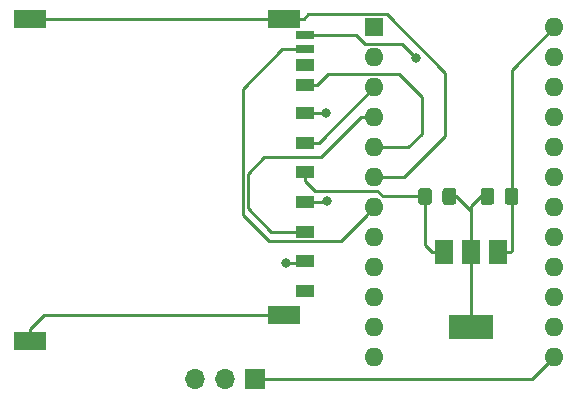
<source format=gbr>
G04 #@! TF.GenerationSoftware,KiCad,Pcbnew,(5.1.5)-3*
G04 #@! TF.CreationDate,2020-01-25T10:14:26-08:00*
G04 #@! TF.ProjectId,sdInterface,7364496e-7465-4726-9661-63652e6b6963,rev?*
G04 #@! TF.SameCoordinates,Original*
G04 #@! TF.FileFunction,Copper,L1,Top*
G04 #@! TF.FilePolarity,Positive*
%FSLAX46Y46*%
G04 Gerber Fmt 4.6, Leading zero omitted, Abs format (unit mm)*
G04 Created by KiCad (PCBNEW (5.1.5)-3) date 2020-01-25 10:14:26*
%MOMM*%
%LPD*%
G04 APERTURE LIST*
%ADD10C,0.100000*%
%ADD11R,1.500000X1.000000*%
%ADD12R,1.500000X0.700000*%
%ADD13R,2.800000X1.500000*%
%ADD14R,1.600000X1.600000*%
%ADD15O,1.600000X1.600000*%
%ADD16R,1.700000X1.700000*%
%ADD17O,1.700000X1.700000*%
%ADD18R,3.800000X2.000000*%
%ADD19R,1.500000X2.000000*%
%ADD20C,0.800000*%
%ADD21C,0.250000*%
G04 APERTURE END LIST*
G04 #@! TA.AperFunction,SMDPad,CuDef*
D10*
G36*
X113474505Y-84401204D02*
G01*
X113498773Y-84404804D01*
X113522572Y-84410765D01*
X113545671Y-84419030D01*
X113567850Y-84429520D01*
X113588893Y-84442132D01*
X113608599Y-84456747D01*
X113626777Y-84473223D01*
X113643253Y-84491401D01*
X113657868Y-84511107D01*
X113670480Y-84532150D01*
X113680970Y-84554329D01*
X113689235Y-84577428D01*
X113695196Y-84601227D01*
X113698796Y-84625495D01*
X113700000Y-84649999D01*
X113700000Y-85550001D01*
X113698796Y-85574505D01*
X113695196Y-85598773D01*
X113689235Y-85622572D01*
X113680970Y-85645671D01*
X113670480Y-85667850D01*
X113657868Y-85688893D01*
X113643253Y-85708599D01*
X113626777Y-85726777D01*
X113608599Y-85743253D01*
X113588893Y-85757868D01*
X113567850Y-85770480D01*
X113545671Y-85780970D01*
X113522572Y-85789235D01*
X113498773Y-85795196D01*
X113474505Y-85798796D01*
X113450001Y-85800000D01*
X112799999Y-85800000D01*
X112775495Y-85798796D01*
X112751227Y-85795196D01*
X112727428Y-85789235D01*
X112704329Y-85780970D01*
X112682150Y-85770480D01*
X112661107Y-85757868D01*
X112641401Y-85743253D01*
X112623223Y-85726777D01*
X112606747Y-85708599D01*
X112592132Y-85688893D01*
X112579520Y-85667850D01*
X112569030Y-85645671D01*
X112560765Y-85622572D01*
X112554804Y-85598773D01*
X112551204Y-85574505D01*
X112550000Y-85550001D01*
X112550000Y-84649999D01*
X112551204Y-84625495D01*
X112554804Y-84601227D01*
X112560765Y-84577428D01*
X112569030Y-84554329D01*
X112579520Y-84532150D01*
X112592132Y-84511107D01*
X112606747Y-84491401D01*
X112623223Y-84473223D01*
X112641401Y-84456747D01*
X112661107Y-84442132D01*
X112682150Y-84429520D01*
X112704329Y-84419030D01*
X112727428Y-84410765D01*
X112751227Y-84404804D01*
X112775495Y-84401204D01*
X112799999Y-84400000D01*
X113450001Y-84400000D01*
X113474505Y-84401204D01*
G37*
G04 #@! TD.AperFunction*
G04 #@! TA.AperFunction,SMDPad,CuDef*
G36*
X111424505Y-84401204D02*
G01*
X111448773Y-84404804D01*
X111472572Y-84410765D01*
X111495671Y-84419030D01*
X111517850Y-84429520D01*
X111538893Y-84442132D01*
X111558599Y-84456747D01*
X111576777Y-84473223D01*
X111593253Y-84491401D01*
X111607868Y-84511107D01*
X111620480Y-84532150D01*
X111630970Y-84554329D01*
X111639235Y-84577428D01*
X111645196Y-84601227D01*
X111648796Y-84625495D01*
X111650000Y-84649999D01*
X111650000Y-85550001D01*
X111648796Y-85574505D01*
X111645196Y-85598773D01*
X111639235Y-85622572D01*
X111630970Y-85645671D01*
X111620480Y-85667850D01*
X111607868Y-85688893D01*
X111593253Y-85708599D01*
X111576777Y-85726777D01*
X111558599Y-85743253D01*
X111538893Y-85757868D01*
X111517850Y-85770480D01*
X111495671Y-85780970D01*
X111472572Y-85789235D01*
X111448773Y-85795196D01*
X111424505Y-85798796D01*
X111400001Y-85800000D01*
X110749999Y-85800000D01*
X110725495Y-85798796D01*
X110701227Y-85795196D01*
X110677428Y-85789235D01*
X110654329Y-85780970D01*
X110632150Y-85770480D01*
X110611107Y-85757868D01*
X110591401Y-85743253D01*
X110573223Y-85726777D01*
X110556747Y-85708599D01*
X110542132Y-85688893D01*
X110529520Y-85667850D01*
X110519030Y-85645671D01*
X110510765Y-85622572D01*
X110504804Y-85598773D01*
X110501204Y-85574505D01*
X110500000Y-85550001D01*
X110500000Y-84649999D01*
X110501204Y-84625495D01*
X110504804Y-84601227D01*
X110510765Y-84577428D01*
X110519030Y-84554329D01*
X110529520Y-84532150D01*
X110542132Y-84511107D01*
X110556747Y-84491401D01*
X110573223Y-84473223D01*
X110591401Y-84456747D01*
X110611107Y-84442132D01*
X110632150Y-84429520D01*
X110654329Y-84419030D01*
X110677428Y-84410765D01*
X110701227Y-84404804D01*
X110725495Y-84401204D01*
X110749999Y-84400000D01*
X111400001Y-84400000D01*
X111424505Y-84401204D01*
G37*
G04 #@! TD.AperFunction*
G04 #@! TA.AperFunction,SMDPad,CuDef*
G36*
X106149505Y-84401204D02*
G01*
X106173773Y-84404804D01*
X106197572Y-84410765D01*
X106220671Y-84419030D01*
X106242850Y-84429520D01*
X106263893Y-84442132D01*
X106283599Y-84456747D01*
X106301777Y-84473223D01*
X106318253Y-84491401D01*
X106332868Y-84511107D01*
X106345480Y-84532150D01*
X106355970Y-84554329D01*
X106364235Y-84577428D01*
X106370196Y-84601227D01*
X106373796Y-84625495D01*
X106375000Y-84649999D01*
X106375000Y-85550001D01*
X106373796Y-85574505D01*
X106370196Y-85598773D01*
X106364235Y-85622572D01*
X106355970Y-85645671D01*
X106345480Y-85667850D01*
X106332868Y-85688893D01*
X106318253Y-85708599D01*
X106301777Y-85726777D01*
X106283599Y-85743253D01*
X106263893Y-85757868D01*
X106242850Y-85770480D01*
X106220671Y-85780970D01*
X106197572Y-85789235D01*
X106173773Y-85795196D01*
X106149505Y-85798796D01*
X106125001Y-85800000D01*
X105474999Y-85800000D01*
X105450495Y-85798796D01*
X105426227Y-85795196D01*
X105402428Y-85789235D01*
X105379329Y-85780970D01*
X105357150Y-85770480D01*
X105336107Y-85757868D01*
X105316401Y-85743253D01*
X105298223Y-85726777D01*
X105281747Y-85708599D01*
X105267132Y-85688893D01*
X105254520Y-85667850D01*
X105244030Y-85645671D01*
X105235765Y-85622572D01*
X105229804Y-85598773D01*
X105226204Y-85574505D01*
X105225000Y-85550001D01*
X105225000Y-84649999D01*
X105226204Y-84625495D01*
X105229804Y-84601227D01*
X105235765Y-84577428D01*
X105244030Y-84554329D01*
X105254520Y-84532150D01*
X105267132Y-84511107D01*
X105281747Y-84491401D01*
X105298223Y-84473223D01*
X105316401Y-84456747D01*
X105336107Y-84442132D01*
X105357150Y-84429520D01*
X105379329Y-84419030D01*
X105402428Y-84410765D01*
X105426227Y-84404804D01*
X105450495Y-84401204D01*
X105474999Y-84400000D01*
X106125001Y-84400000D01*
X106149505Y-84401204D01*
G37*
G04 #@! TD.AperFunction*
G04 #@! TA.AperFunction,SMDPad,CuDef*
G36*
X108199505Y-84401204D02*
G01*
X108223773Y-84404804D01*
X108247572Y-84410765D01*
X108270671Y-84419030D01*
X108292850Y-84429520D01*
X108313893Y-84442132D01*
X108333599Y-84456747D01*
X108351777Y-84473223D01*
X108368253Y-84491401D01*
X108382868Y-84511107D01*
X108395480Y-84532150D01*
X108405970Y-84554329D01*
X108414235Y-84577428D01*
X108420196Y-84601227D01*
X108423796Y-84625495D01*
X108425000Y-84649999D01*
X108425000Y-85550001D01*
X108423796Y-85574505D01*
X108420196Y-85598773D01*
X108414235Y-85622572D01*
X108405970Y-85645671D01*
X108395480Y-85667850D01*
X108382868Y-85688893D01*
X108368253Y-85708599D01*
X108351777Y-85726777D01*
X108333599Y-85743253D01*
X108313893Y-85757868D01*
X108292850Y-85770480D01*
X108270671Y-85780970D01*
X108247572Y-85789235D01*
X108223773Y-85795196D01*
X108199505Y-85798796D01*
X108175001Y-85800000D01*
X107524999Y-85800000D01*
X107500495Y-85798796D01*
X107476227Y-85795196D01*
X107452428Y-85789235D01*
X107429329Y-85780970D01*
X107407150Y-85770480D01*
X107386107Y-85757868D01*
X107366401Y-85743253D01*
X107348223Y-85726777D01*
X107331747Y-85708599D01*
X107317132Y-85688893D01*
X107304520Y-85667850D01*
X107294030Y-85645671D01*
X107285765Y-85622572D01*
X107279804Y-85598773D01*
X107276204Y-85574505D01*
X107275000Y-85550001D01*
X107275000Y-84649999D01*
X107276204Y-84625495D01*
X107279804Y-84601227D01*
X107285765Y-84577428D01*
X107294030Y-84554329D01*
X107304520Y-84532150D01*
X107317132Y-84511107D01*
X107331747Y-84491401D01*
X107348223Y-84473223D01*
X107366401Y-84456747D01*
X107386107Y-84442132D01*
X107407150Y-84429520D01*
X107429329Y-84419030D01*
X107452428Y-84410765D01*
X107476227Y-84404804D01*
X107500495Y-84401204D01*
X107524999Y-84400000D01*
X108175001Y-84400000D01*
X108199505Y-84401204D01*
G37*
G04 #@! TD.AperFunction*
D11*
X95675000Y-90575000D03*
X95675000Y-88075000D03*
X95675000Y-85575000D03*
X95675000Y-83075000D03*
X95675000Y-80575000D03*
X95675000Y-78075000D03*
X95675000Y-75645000D03*
X95675000Y-73945000D03*
X95675000Y-93075000D03*
D12*
X95675000Y-72645000D03*
X95675000Y-71445000D03*
D13*
X93875000Y-95150000D03*
X72375000Y-97350000D03*
X72375000Y-70050000D03*
X93875000Y-70050000D03*
D14*
X101500000Y-70800000D03*
D15*
X116740000Y-98740000D03*
X101500000Y-73340000D03*
X116740000Y-96200000D03*
X101500000Y-75880000D03*
X116740000Y-93660000D03*
X101500000Y-78420000D03*
X116740000Y-91120000D03*
X101500000Y-80960000D03*
X116740000Y-88580000D03*
X101500000Y-83500000D03*
X116740000Y-86040000D03*
X101500000Y-86040000D03*
X116740000Y-83500000D03*
X101500000Y-88580000D03*
X116740000Y-80960000D03*
X101500000Y-91120000D03*
X116740000Y-78420000D03*
X101500000Y-93660000D03*
X116740000Y-75880000D03*
X101500000Y-96200000D03*
X116740000Y-73340000D03*
X101500000Y-98740000D03*
X116740000Y-70800000D03*
D16*
X91400000Y-100600000D03*
D17*
X88860000Y-100600000D03*
X86320000Y-100600000D03*
D18*
X109700000Y-96150000D03*
D19*
X109700000Y-89850000D03*
X107400000Y-89850000D03*
X112000000Y-89850000D03*
D20*
X97400000Y-78000000D03*
X97500000Y-85500000D03*
X109700000Y-96150000D03*
X94000000Y-90700000D03*
X105000000Y-73400000D03*
X72400000Y-97300000D03*
X72375000Y-70050000D03*
D21*
X113125000Y-74415000D02*
X113125000Y-85100000D01*
X116740000Y-70800000D02*
X113125000Y-74415000D01*
X113000000Y-89850000D02*
X112000000Y-89850000D01*
X113125000Y-89725000D02*
X113000000Y-89850000D01*
X113125000Y-85100000D02*
X113125000Y-89725000D01*
X109700000Y-85900000D02*
X109700000Y-88600000D01*
X110500000Y-85100000D02*
X109700000Y-85900000D01*
X111075000Y-85100000D02*
X110500000Y-85100000D01*
X109700000Y-91100000D02*
X109700000Y-96150000D01*
X109700000Y-89850000D02*
X109700000Y-91100000D01*
X109700000Y-88600000D02*
X109700000Y-89850000D01*
X109700000Y-86375000D02*
X109700000Y-88600000D01*
X108425000Y-85100000D02*
X109700000Y-86375000D01*
X107850000Y-85100000D02*
X108425000Y-85100000D01*
X95750000Y-78000000D02*
X95675000Y-78075000D01*
X97400000Y-78000000D02*
X95750000Y-78000000D01*
X95675000Y-85575000D02*
X97425000Y-85575000D01*
X97425000Y-85575000D02*
X97500000Y-85500000D01*
X106400000Y-89850000D02*
X107400000Y-89850000D01*
X105800000Y-89250000D02*
X106400000Y-89850000D01*
X105800000Y-85100000D02*
X105800000Y-89250000D01*
X96475001Y-84625001D02*
X95675000Y-83825000D01*
X101750003Y-84625001D02*
X96475001Y-84625001D01*
X102225002Y-85100000D02*
X101750003Y-84625001D01*
X95675000Y-83825000D02*
X95675000Y-83075000D01*
X105800000Y-85100000D02*
X102225002Y-85100000D01*
X95550000Y-90700000D02*
X95675000Y-90575000D01*
X94000000Y-90700000D02*
X95550000Y-90700000D01*
X100368630Y-78420000D02*
X96988630Y-81800000D01*
X101500000Y-78420000D02*
X100368630Y-78420000D01*
X96988630Y-81800000D02*
X92200000Y-81800000D01*
X92200000Y-81800000D02*
X90800000Y-83200000D01*
X90800000Y-83200000D02*
X90800000Y-86100000D01*
X92775000Y-88075000D02*
X95675000Y-88075000D01*
X90800000Y-86100000D02*
X92775000Y-88075000D01*
X96805000Y-80575000D02*
X95675000Y-80575000D01*
X101500000Y-75880000D02*
X96805000Y-80575000D01*
X97565001Y-74754999D02*
X103554999Y-74754999D01*
X95675000Y-75645000D02*
X96675000Y-75645000D01*
X96675000Y-75645000D02*
X97565001Y-74754999D01*
X103554999Y-74754999D02*
X105500000Y-76700000D01*
X105500000Y-76700000D02*
X105500000Y-79800000D01*
X104340000Y-80960000D02*
X101500000Y-80960000D01*
X105500000Y-79800000D02*
X104340000Y-80960000D01*
X100700001Y-86839999D02*
X101500000Y-86040000D01*
X92600001Y-88900001D02*
X98639999Y-88900001D01*
X90349990Y-86649990D02*
X92600001Y-88900001D01*
X90349990Y-76020012D02*
X90349990Y-86649990D01*
X93725002Y-72645000D02*
X90349990Y-76020012D01*
X98639999Y-88900001D02*
X100700001Y-86839999D01*
X95675000Y-72645000D02*
X93725002Y-72645000D01*
X103814999Y-72214999D02*
X105000000Y-73400000D01*
X100729997Y-72214999D02*
X103814999Y-72214999D01*
X95675000Y-71445000D02*
X99959998Y-71445000D01*
X99959998Y-71445000D02*
X100729997Y-72214999D01*
X72375000Y-97350000D02*
X72375000Y-97325000D01*
X72375000Y-97325000D02*
X72400000Y-97300000D01*
X74025000Y-70050000D02*
X93875000Y-70050000D01*
X72375000Y-70050000D02*
X74025000Y-70050000D01*
X102560001Y-69674999D02*
X107500000Y-74614998D01*
X95900001Y-69674999D02*
X102560001Y-69674999D01*
X93875000Y-70050000D02*
X95525000Y-70050000D01*
X95525000Y-70050000D02*
X95900001Y-69674999D01*
X107500000Y-74614998D02*
X107500000Y-80000000D01*
X104000000Y-83500000D02*
X101500000Y-83500000D01*
X107500000Y-80000000D02*
X104000000Y-83500000D01*
X72375000Y-96350000D02*
X72375000Y-97350000D01*
X73575000Y-95150000D02*
X72375000Y-96350000D01*
X93875000Y-95150000D02*
X73575000Y-95150000D01*
X114880000Y-100600000D02*
X116740000Y-98740000D01*
X91400000Y-100600000D02*
X114880000Y-100600000D01*
M02*

</source>
